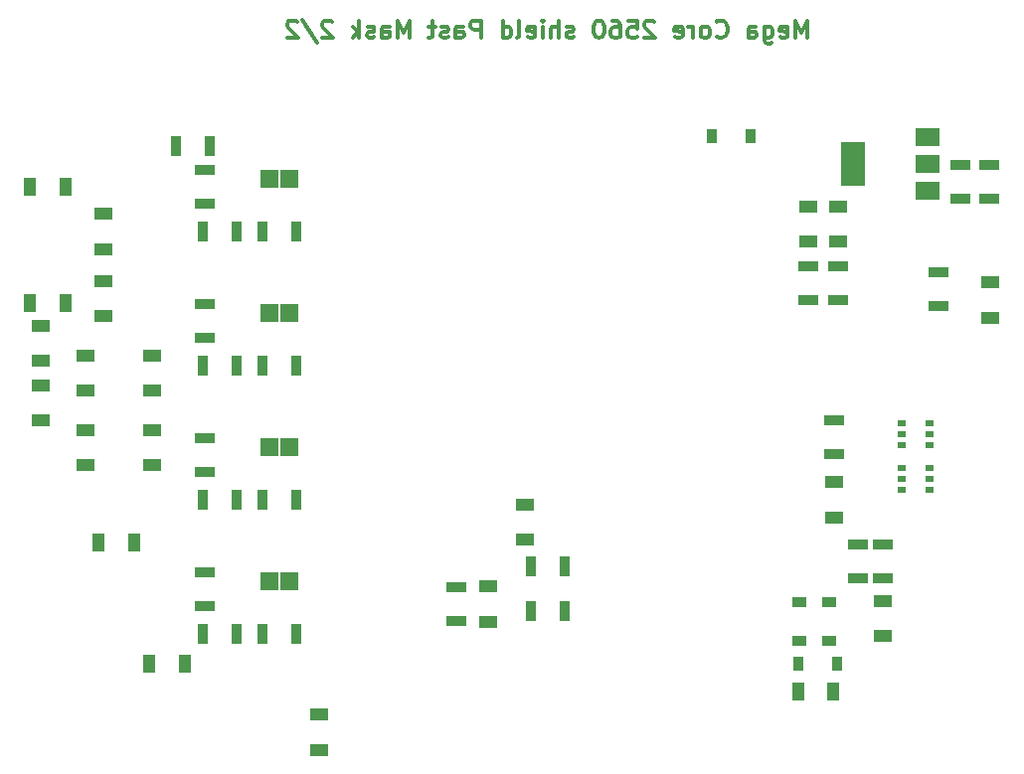
<source format=gbr>
G04 #@! TF.GenerationSoftware,KiCad,Pcbnew,(5.1.5)-3*
G04 #@! TF.CreationDate,2021-04-18T18:31:53+02:00*
G04 #@! TF.ProjectId,Mega_2560 core mini_full_2.2,4d656761-5f32-4353-9630-20636f726520,2.2*
G04 #@! TF.SameCoordinates,Original*
G04 #@! TF.FileFunction,Paste,Bot*
G04 #@! TF.FilePolarity,Positive*
%FSLAX46Y46*%
G04 Gerber Fmt 4.6, Leading zero omitted, Abs format (unit mm)*
G04 Created by KiCad (PCBNEW (5.1.5)-3) date 2021-04-18 18:31:53*
%MOMM*%
%LPD*%
G04 APERTURE LIST*
%ADD10C,0.300000*%
%ADD11R,1.000000X1.600000*%
%ADD12R,1.200000X0.900000*%
%ADD13R,0.900000X1.200000*%
%ADD14R,1.600000X1.000000*%
%ADD15R,1.700000X0.900000*%
%ADD16R,0.900000X1.700000*%
%ADD17R,0.800000X0.550000*%
%ADD18R,2.000000X3.800000*%
%ADD19R,2.000000X1.500000*%
%ADD20R,1.524000X1.524000*%
G04 APERTURE END LIST*
D10*
X208639662Y-58113051D02*
X208639662Y-56613051D01*
X208139662Y-57684480D01*
X207639662Y-56613051D01*
X207639662Y-58113051D01*
X206353948Y-58041622D02*
X206496805Y-58113051D01*
X206782520Y-58113051D01*
X206925377Y-58041622D01*
X206996805Y-57898765D01*
X206996805Y-57327337D01*
X206925377Y-57184480D01*
X206782520Y-57113051D01*
X206496805Y-57113051D01*
X206353948Y-57184480D01*
X206282520Y-57327337D01*
X206282520Y-57470194D01*
X206996805Y-57613051D01*
X204996805Y-57113051D02*
X204996805Y-58327337D01*
X205068234Y-58470194D01*
X205139662Y-58541622D01*
X205282520Y-58613051D01*
X205496805Y-58613051D01*
X205639662Y-58541622D01*
X204996805Y-58041622D02*
X205139662Y-58113051D01*
X205425377Y-58113051D01*
X205568234Y-58041622D01*
X205639662Y-57970194D01*
X205711091Y-57827337D01*
X205711091Y-57398765D01*
X205639662Y-57255908D01*
X205568234Y-57184480D01*
X205425377Y-57113051D01*
X205139662Y-57113051D01*
X204996805Y-57184480D01*
X203639662Y-58113051D02*
X203639662Y-57327337D01*
X203711091Y-57184480D01*
X203853948Y-57113051D01*
X204139662Y-57113051D01*
X204282520Y-57184480D01*
X203639662Y-58041622D02*
X203782520Y-58113051D01*
X204139662Y-58113051D01*
X204282520Y-58041622D01*
X204353948Y-57898765D01*
X204353948Y-57755908D01*
X204282520Y-57613051D01*
X204139662Y-57541622D01*
X203782520Y-57541622D01*
X203639662Y-57470194D01*
X200925377Y-57970194D02*
X200996805Y-58041622D01*
X201211091Y-58113051D01*
X201353948Y-58113051D01*
X201568234Y-58041622D01*
X201711091Y-57898765D01*
X201782520Y-57755908D01*
X201853948Y-57470194D01*
X201853948Y-57255908D01*
X201782520Y-56970194D01*
X201711091Y-56827337D01*
X201568234Y-56684480D01*
X201353948Y-56613051D01*
X201211091Y-56613051D01*
X200996805Y-56684480D01*
X200925377Y-56755908D01*
X200068234Y-58113051D02*
X200211091Y-58041622D01*
X200282520Y-57970194D01*
X200353948Y-57827337D01*
X200353948Y-57398765D01*
X200282520Y-57255908D01*
X200211091Y-57184480D01*
X200068234Y-57113051D01*
X199853948Y-57113051D01*
X199711091Y-57184480D01*
X199639662Y-57255908D01*
X199568234Y-57398765D01*
X199568234Y-57827337D01*
X199639662Y-57970194D01*
X199711091Y-58041622D01*
X199853948Y-58113051D01*
X200068234Y-58113051D01*
X198925377Y-58113051D02*
X198925377Y-57113051D01*
X198925377Y-57398765D02*
X198853948Y-57255908D01*
X198782520Y-57184480D01*
X198639662Y-57113051D01*
X198496805Y-57113051D01*
X197425377Y-58041622D02*
X197568234Y-58113051D01*
X197853948Y-58113051D01*
X197996805Y-58041622D01*
X198068234Y-57898765D01*
X198068234Y-57327337D01*
X197996805Y-57184480D01*
X197853948Y-57113051D01*
X197568234Y-57113051D01*
X197425377Y-57184480D01*
X197353948Y-57327337D01*
X197353948Y-57470194D01*
X198068234Y-57613051D01*
X195639662Y-56755908D02*
X195568234Y-56684480D01*
X195425377Y-56613051D01*
X195068234Y-56613051D01*
X194925377Y-56684480D01*
X194853948Y-56755908D01*
X194782520Y-56898765D01*
X194782520Y-57041622D01*
X194853948Y-57255908D01*
X195711091Y-58113051D01*
X194782520Y-58113051D01*
X193425377Y-56613051D02*
X194139662Y-56613051D01*
X194211091Y-57327337D01*
X194139662Y-57255908D01*
X193996805Y-57184480D01*
X193639662Y-57184480D01*
X193496805Y-57255908D01*
X193425377Y-57327337D01*
X193353948Y-57470194D01*
X193353948Y-57827337D01*
X193425377Y-57970194D01*
X193496805Y-58041622D01*
X193639662Y-58113051D01*
X193996805Y-58113051D01*
X194139662Y-58041622D01*
X194211091Y-57970194D01*
X192068234Y-56613051D02*
X192353948Y-56613051D01*
X192496805Y-56684480D01*
X192568234Y-56755908D01*
X192711091Y-56970194D01*
X192782520Y-57255908D01*
X192782520Y-57827337D01*
X192711091Y-57970194D01*
X192639662Y-58041622D01*
X192496805Y-58113051D01*
X192211091Y-58113051D01*
X192068234Y-58041622D01*
X191996805Y-57970194D01*
X191925377Y-57827337D01*
X191925377Y-57470194D01*
X191996805Y-57327337D01*
X192068234Y-57255908D01*
X192211091Y-57184480D01*
X192496805Y-57184480D01*
X192639662Y-57255908D01*
X192711091Y-57327337D01*
X192782520Y-57470194D01*
X190996805Y-56613051D02*
X190853948Y-56613051D01*
X190711091Y-56684480D01*
X190639662Y-56755908D01*
X190568234Y-56898765D01*
X190496805Y-57184480D01*
X190496805Y-57541622D01*
X190568234Y-57827337D01*
X190639662Y-57970194D01*
X190711091Y-58041622D01*
X190853948Y-58113051D01*
X190996805Y-58113051D01*
X191139662Y-58041622D01*
X191211091Y-57970194D01*
X191282520Y-57827337D01*
X191353948Y-57541622D01*
X191353948Y-57184480D01*
X191282520Y-56898765D01*
X191211091Y-56755908D01*
X191139662Y-56684480D01*
X190996805Y-56613051D01*
X188782520Y-58041622D02*
X188639662Y-58113051D01*
X188353948Y-58113051D01*
X188211091Y-58041622D01*
X188139662Y-57898765D01*
X188139662Y-57827337D01*
X188211091Y-57684480D01*
X188353948Y-57613051D01*
X188568234Y-57613051D01*
X188711091Y-57541622D01*
X188782520Y-57398765D01*
X188782520Y-57327337D01*
X188711091Y-57184480D01*
X188568234Y-57113051D01*
X188353948Y-57113051D01*
X188211091Y-57184480D01*
X187496805Y-58113051D02*
X187496805Y-56613051D01*
X186853948Y-58113051D02*
X186853948Y-57327337D01*
X186925377Y-57184480D01*
X187068234Y-57113051D01*
X187282520Y-57113051D01*
X187425377Y-57184480D01*
X187496805Y-57255908D01*
X186139662Y-58113051D02*
X186139662Y-57113051D01*
X186139662Y-56613051D02*
X186211091Y-56684480D01*
X186139662Y-56755908D01*
X186068234Y-56684480D01*
X186139662Y-56613051D01*
X186139662Y-56755908D01*
X184853948Y-58041622D02*
X184996805Y-58113051D01*
X185282520Y-58113051D01*
X185425377Y-58041622D01*
X185496805Y-57898765D01*
X185496805Y-57327337D01*
X185425377Y-57184480D01*
X185282520Y-57113051D01*
X184996805Y-57113051D01*
X184853948Y-57184480D01*
X184782520Y-57327337D01*
X184782520Y-57470194D01*
X185496805Y-57613051D01*
X183925377Y-58113051D02*
X184068234Y-58041622D01*
X184139662Y-57898765D01*
X184139662Y-56613051D01*
X182711091Y-58113051D02*
X182711091Y-56613051D01*
X182711091Y-58041622D02*
X182853948Y-58113051D01*
X183139662Y-58113051D01*
X183282520Y-58041622D01*
X183353948Y-57970194D01*
X183425377Y-57827337D01*
X183425377Y-57398765D01*
X183353948Y-57255908D01*
X183282520Y-57184480D01*
X183139662Y-57113051D01*
X182853948Y-57113051D01*
X182711091Y-57184480D01*
X180853948Y-58113051D02*
X180853948Y-56613051D01*
X180282520Y-56613051D01*
X180139662Y-56684480D01*
X180068234Y-56755908D01*
X179996805Y-56898765D01*
X179996805Y-57113051D01*
X180068234Y-57255908D01*
X180139662Y-57327337D01*
X180282520Y-57398765D01*
X180853948Y-57398765D01*
X178711091Y-58113051D02*
X178711091Y-57327337D01*
X178782520Y-57184480D01*
X178925377Y-57113051D01*
X179211091Y-57113051D01*
X179353948Y-57184480D01*
X178711091Y-58041622D02*
X178853948Y-58113051D01*
X179211091Y-58113051D01*
X179353948Y-58041622D01*
X179425377Y-57898765D01*
X179425377Y-57755908D01*
X179353948Y-57613051D01*
X179211091Y-57541622D01*
X178853948Y-57541622D01*
X178711091Y-57470194D01*
X178068234Y-58041622D02*
X177925377Y-58113051D01*
X177639662Y-58113051D01*
X177496805Y-58041622D01*
X177425377Y-57898765D01*
X177425377Y-57827337D01*
X177496805Y-57684480D01*
X177639662Y-57613051D01*
X177853948Y-57613051D01*
X177996805Y-57541622D01*
X178068234Y-57398765D01*
X178068234Y-57327337D01*
X177996805Y-57184480D01*
X177853948Y-57113051D01*
X177639662Y-57113051D01*
X177496805Y-57184480D01*
X176996805Y-57113051D02*
X176425377Y-57113051D01*
X176782520Y-56613051D02*
X176782520Y-57898765D01*
X176711091Y-58041622D01*
X176568234Y-58113051D01*
X176425377Y-58113051D01*
X174782520Y-58113051D02*
X174782520Y-56613051D01*
X174282520Y-57684480D01*
X173782520Y-56613051D01*
X173782520Y-58113051D01*
X172425377Y-58113051D02*
X172425377Y-57327337D01*
X172496805Y-57184480D01*
X172639662Y-57113051D01*
X172925377Y-57113051D01*
X173068234Y-57184480D01*
X172425377Y-58041622D02*
X172568234Y-58113051D01*
X172925377Y-58113051D01*
X173068234Y-58041622D01*
X173139662Y-57898765D01*
X173139662Y-57755908D01*
X173068234Y-57613051D01*
X172925377Y-57541622D01*
X172568234Y-57541622D01*
X172425377Y-57470194D01*
X171782520Y-58041622D02*
X171639662Y-58113051D01*
X171353948Y-58113051D01*
X171211091Y-58041622D01*
X171139662Y-57898765D01*
X171139662Y-57827337D01*
X171211091Y-57684480D01*
X171353948Y-57613051D01*
X171568234Y-57613051D01*
X171711091Y-57541622D01*
X171782520Y-57398765D01*
X171782520Y-57327337D01*
X171711091Y-57184480D01*
X171568234Y-57113051D01*
X171353948Y-57113051D01*
X171211091Y-57184480D01*
X170496805Y-58113051D02*
X170496805Y-56613051D01*
X170353948Y-57541622D02*
X169925377Y-58113051D01*
X169925377Y-57113051D02*
X170496805Y-57684480D01*
X168211091Y-56755908D02*
X168139662Y-56684480D01*
X167996805Y-56613051D01*
X167639662Y-56613051D01*
X167496805Y-56684480D01*
X167425377Y-56755908D01*
X167353948Y-56898765D01*
X167353948Y-57041622D01*
X167425377Y-57255908D01*
X168282520Y-58113051D01*
X167353948Y-58113051D01*
X165639662Y-56541622D02*
X166925377Y-58470194D01*
X165211091Y-56755908D02*
X165139662Y-56684480D01*
X164996805Y-56613051D01*
X164639662Y-56613051D01*
X164496805Y-56684480D01*
X164425377Y-56755908D01*
X164353948Y-56898765D01*
X164353948Y-57041622D01*
X164425377Y-57255908D01*
X165282520Y-58113051D01*
X164353948Y-58113051D01*
D11*
X207868520Y-113822480D03*
X210868520Y-113822480D03*
D12*
X207995520Y-109503480D03*
X207995520Y-106203480D03*
X210535520Y-106203480D03*
X210535520Y-109503480D03*
D13*
X211169520Y-111409480D03*
X207869520Y-111409480D03*
D14*
X215107520Y-109075480D03*
X215107520Y-106075480D03*
X210916520Y-98939480D03*
X210916520Y-95939480D03*
X224251520Y-78921480D03*
X224251520Y-81921480D03*
X211297520Y-72444480D03*
X211297520Y-75444480D03*
X208757520Y-72444480D03*
X208757520Y-75444480D03*
D13*
X203803520Y-66451480D03*
X200503520Y-66451480D03*
D14*
X184627520Y-97844480D03*
X184627520Y-100844480D03*
X181452520Y-104829480D03*
X181452520Y-107829480D03*
X167101520Y-115751480D03*
X167101520Y-118751480D03*
D11*
X152647520Y-111409480D03*
X155647520Y-111409480D03*
X151329520Y-101122480D03*
X148329520Y-101122480D03*
D14*
X152877520Y-94494480D03*
X152877520Y-91494480D03*
X147162520Y-94494480D03*
X147162520Y-91494480D03*
X147162520Y-85144480D03*
X147162520Y-88144480D03*
X152877520Y-85144480D03*
X152877520Y-88144480D03*
D11*
X145487520Y-80675480D03*
X142487520Y-80675480D03*
D14*
X143352520Y-85604480D03*
X143352520Y-82604480D03*
X148686520Y-78794480D03*
X148686520Y-81794480D03*
X148686520Y-76079480D03*
X148686520Y-73079480D03*
D11*
X145487520Y-70769480D03*
X142487520Y-70769480D03*
D14*
X143352520Y-90684480D03*
X143352520Y-87684480D03*
D15*
X219806520Y-80982480D03*
X219806520Y-78082480D03*
X215107520Y-101249480D03*
X215107520Y-104149480D03*
D16*
X157142520Y-74579480D03*
X160042520Y-74579480D03*
X160042520Y-86009480D03*
X157142520Y-86009480D03*
X157142520Y-97439480D03*
X160042520Y-97439480D03*
X160042520Y-108869480D03*
X157142520Y-108869480D03*
X185082520Y-106964480D03*
X187982520Y-106964480D03*
D15*
X211297520Y-80474480D03*
X211297520Y-77574480D03*
X208757520Y-77574480D03*
X208757520Y-80474480D03*
X210916520Y-90655480D03*
X210916520Y-93555480D03*
D16*
X187982520Y-103154480D03*
X185082520Y-103154480D03*
D15*
X157322520Y-69319480D03*
X157322520Y-72219480D03*
D16*
X162222520Y-74579480D03*
X165122520Y-74579480D03*
D15*
X157322520Y-80749480D03*
X157322520Y-83649480D03*
D16*
X162222520Y-86009480D03*
X165122520Y-86009480D03*
D15*
X157322520Y-92179480D03*
X157322520Y-95079480D03*
D16*
X162222520Y-97439480D03*
X165122520Y-97439480D03*
D15*
X157322520Y-103609480D03*
X157322520Y-106509480D03*
D16*
X162222520Y-108869480D03*
X165122520Y-108869480D03*
X154856520Y-67340480D03*
X157756520Y-67340480D03*
D15*
X224124520Y-71838480D03*
X224124520Y-68938480D03*
X221711520Y-68938480D03*
X221711520Y-71838480D03*
X212948520Y-101270480D03*
X212948520Y-104170480D03*
D17*
X216701520Y-94711480D03*
X216701520Y-95661480D03*
X216701520Y-96611480D03*
X219101520Y-96611480D03*
X219101520Y-95661480D03*
X219101520Y-94711480D03*
X219101520Y-90901480D03*
X219101520Y-91851480D03*
X219101520Y-92801480D03*
X216701520Y-92801480D03*
X216701520Y-91851480D03*
X216701520Y-90901480D03*
D18*
X212592520Y-68864480D03*
D19*
X218892520Y-68864480D03*
X218892520Y-71164480D03*
X218892520Y-66564480D03*
D20*
X162872420Y-70134480D03*
X164571680Y-70134480D03*
X164571680Y-81564480D03*
X162872420Y-81564480D03*
X164571680Y-92994480D03*
X162872420Y-92994480D03*
X162872420Y-104424480D03*
X164571680Y-104424480D03*
D15*
X178785520Y-107779480D03*
X178785520Y-104879480D03*
M02*

</source>
